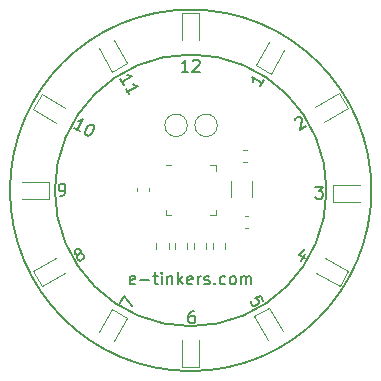
<source format=gbr>
%TF.GenerationSoftware,KiCad,Pcbnew,(6.0.11-0)*%
%TF.CreationDate,2024-05-30T12:39:56+08:00*%
%TF.ProjectId,tinyAVR-wristwatch,74696e79-4156-4522-9d77-726973747761,rev?*%
%TF.SameCoordinates,Original*%
%TF.FileFunction,Legend,Top*%
%TF.FilePolarity,Positive*%
%FSLAX46Y46*%
G04 Gerber Fmt 4.6, Leading zero omitted, Abs format (unit mm)*
G04 Created by KiCad (PCBNEW (6.0.11-0)) date 2024-05-30 12:39:56*
%MOMM*%
%LPD*%
G01*
G04 APERTURE LIST*
%ADD10C,0.150000*%
%ADD11C,0.120000*%
G04 APERTURE END LIST*
D10*
X155300000Y-100000000D02*
G75*
G03*
X155300000Y-100000000I-15300000J0D01*
G01*
X151500435Y-100000000D02*
G75*
G03*
X151500435Y-100000000I-11500435J0D01*
G01*
X135261904Y-107904761D02*
X135166666Y-107952380D01*
X134976190Y-107952380D01*
X134880952Y-107904761D01*
X134833333Y-107809523D01*
X134833333Y-107428571D01*
X134880952Y-107333333D01*
X134976190Y-107285714D01*
X135166666Y-107285714D01*
X135261904Y-107333333D01*
X135309523Y-107428571D01*
X135309523Y-107523809D01*
X134833333Y-107619047D01*
X135738095Y-107571428D02*
X136500000Y-107571428D01*
X136833333Y-107285714D02*
X137214285Y-107285714D01*
X136976190Y-106952380D02*
X136976190Y-107809523D01*
X137023809Y-107904761D01*
X137119047Y-107952380D01*
X137214285Y-107952380D01*
X137547619Y-107952380D02*
X137547619Y-107285714D01*
X137547619Y-106952380D02*
X137500000Y-107000000D01*
X137547619Y-107047619D01*
X137595238Y-107000000D01*
X137547619Y-106952380D01*
X137547619Y-107047619D01*
X138023809Y-107285714D02*
X138023809Y-107952380D01*
X138023809Y-107380952D02*
X138071428Y-107333333D01*
X138166666Y-107285714D01*
X138309523Y-107285714D01*
X138404761Y-107333333D01*
X138452380Y-107428571D01*
X138452380Y-107952380D01*
X138928571Y-107952380D02*
X138928571Y-106952380D01*
X139023809Y-107571428D02*
X139309523Y-107952380D01*
X139309523Y-107285714D02*
X138928571Y-107666666D01*
X140119047Y-107904761D02*
X140023809Y-107952380D01*
X139833333Y-107952380D01*
X139738095Y-107904761D01*
X139690476Y-107809523D01*
X139690476Y-107428571D01*
X139738095Y-107333333D01*
X139833333Y-107285714D01*
X140023809Y-107285714D01*
X140119047Y-107333333D01*
X140166666Y-107428571D01*
X140166666Y-107523809D01*
X139690476Y-107619047D01*
X140595238Y-107952380D02*
X140595238Y-107285714D01*
X140595238Y-107476190D02*
X140642857Y-107380952D01*
X140690476Y-107333333D01*
X140785714Y-107285714D01*
X140880952Y-107285714D01*
X141166666Y-107904761D02*
X141261904Y-107952380D01*
X141452380Y-107952380D01*
X141547619Y-107904761D01*
X141595238Y-107809523D01*
X141595238Y-107761904D01*
X141547619Y-107666666D01*
X141452380Y-107619047D01*
X141309523Y-107619047D01*
X141214285Y-107571428D01*
X141166666Y-107476190D01*
X141166666Y-107428571D01*
X141214285Y-107333333D01*
X141309523Y-107285714D01*
X141452380Y-107285714D01*
X141547619Y-107333333D01*
X142023809Y-107857142D02*
X142071428Y-107904761D01*
X142023809Y-107952380D01*
X141976190Y-107904761D01*
X142023809Y-107857142D01*
X142023809Y-107952380D01*
X142928571Y-107904761D02*
X142833333Y-107952380D01*
X142642857Y-107952380D01*
X142547619Y-107904761D01*
X142500000Y-107857142D01*
X142452380Y-107761904D01*
X142452380Y-107476190D01*
X142500000Y-107380952D01*
X142547619Y-107333333D01*
X142642857Y-107285714D01*
X142833333Y-107285714D01*
X142928571Y-107333333D01*
X143500000Y-107952380D02*
X143404761Y-107904761D01*
X143357142Y-107857142D01*
X143309523Y-107761904D01*
X143309523Y-107476190D01*
X143357142Y-107380952D01*
X143404761Y-107333333D01*
X143500000Y-107285714D01*
X143642857Y-107285714D01*
X143738095Y-107333333D01*
X143785714Y-107380952D01*
X143833333Y-107476190D01*
X143833333Y-107761904D01*
X143785714Y-107857142D01*
X143738095Y-107904761D01*
X143642857Y-107952380D01*
X143500000Y-107952380D01*
X144261904Y-107952380D02*
X144261904Y-107285714D01*
X144261904Y-107380952D02*
X144309523Y-107333333D01*
X144404761Y-107285714D01*
X144547619Y-107285714D01*
X144642857Y-107333333D01*
X144690476Y-107428571D01*
X144690476Y-107952380D01*
X144690476Y-107428571D02*
X144738095Y-107333333D01*
X144833333Y-107285714D01*
X144976190Y-107285714D01*
X145071428Y-107333333D01*
X145119047Y-107428571D01*
X145119047Y-107952380D01*
%TO.C,D10*%
X130608852Y-94996535D02*
X130113980Y-94710821D01*
X130361416Y-94853678D02*
X130861416Y-93987652D01*
X130707509Y-94063751D01*
X130577411Y-94098611D01*
X130471123Y-94092231D01*
X131644963Y-94440033D02*
X131727441Y-94487652D01*
X131786110Y-94576511D01*
X131803540Y-94641559D01*
X131797161Y-94747848D01*
X131743162Y-94936614D01*
X131624114Y-95142811D01*
X131487637Y-95283959D01*
X131398778Y-95342628D01*
X131333730Y-95360057D01*
X131227441Y-95353678D01*
X131144963Y-95306059D01*
X131086294Y-95217200D01*
X131068864Y-95152151D01*
X131075244Y-95045863D01*
X131129242Y-94857097D01*
X131248290Y-94650900D01*
X131384767Y-94509752D01*
X131473626Y-94451083D01*
X131538675Y-94433653D01*
X131644963Y-94440033D01*
%TO.C,D4*%
X149712100Y-105411661D02*
X149378766Y-105989011D01*
X149696379Y-104962699D02*
X149133040Y-105462241D01*
X149669151Y-105771764D01*
%TO.C,D7*%
X134007082Y-109514865D02*
X134340415Y-108937515D01*
X134992155Y-109808669D01*
%TO.C,D9*%
X128909523Y-100452380D02*
X129100000Y-100452380D01*
X129195238Y-100404761D01*
X129242857Y-100357142D01*
X129338095Y-100214285D01*
X129385714Y-100023809D01*
X129385714Y-99642857D01*
X129338095Y-99547619D01*
X129290476Y-99500000D01*
X129195238Y-99452380D01*
X129004761Y-99452380D01*
X128909523Y-99500000D01*
X128861904Y-99547619D01*
X128814285Y-99642857D01*
X128814285Y-99880952D01*
X128861904Y-99976190D01*
X128909523Y-100023809D01*
X129004761Y-100071428D01*
X129195238Y-100071428D01*
X129290476Y-100023809D01*
X129338095Y-99976190D01*
X129385714Y-99880952D01*
%TO.C,D11*%
X134312988Y-91061233D02*
X134027274Y-90566361D01*
X134170131Y-90813797D02*
X135036156Y-90313797D01*
X134864819Y-90302747D01*
X134734722Y-90267887D01*
X134645863Y-90209218D01*
X134789178Y-91886019D02*
X134503464Y-91391147D01*
X134646321Y-91638583D02*
X135512347Y-91138583D01*
X135341010Y-91127533D01*
X135210912Y-91092673D01*
X135122054Y-91034004D01*
%TO.C,D5*%
X146157799Y-109330637D02*
X145919704Y-108918243D01*
X145483501Y-109115099D01*
X145548550Y-109132529D01*
X145637408Y-109191198D01*
X145756456Y-109397395D01*
X145762836Y-109503683D01*
X145745406Y-109568732D01*
X145686737Y-109657590D01*
X145480540Y-109776638D01*
X145374252Y-109783017D01*
X145309204Y-109765588D01*
X145220345Y-109706919D01*
X145101298Y-109500722D01*
X145094918Y-109394434D01*
X145112348Y-109329385D01*
%TO.C,D12*%
X139809523Y-89952380D02*
X139238095Y-89952380D01*
X139523809Y-89952380D02*
X139523809Y-88952380D01*
X139428571Y-89095238D01*
X139333333Y-89190476D01*
X139238095Y-89238095D01*
X140190476Y-89047619D02*
X140238095Y-89000000D01*
X140333333Y-88952380D01*
X140571428Y-88952380D01*
X140666666Y-89000000D01*
X140714285Y-89047619D01*
X140761904Y-89142857D01*
X140761904Y-89238095D01*
X140714285Y-89380952D01*
X140142857Y-89952380D01*
X140761904Y-89952380D01*
%TO.C,D6*%
X140290476Y-110252380D02*
X140100000Y-110252380D01*
X140004761Y-110300000D01*
X139957142Y-110347619D01*
X139861904Y-110490476D01*
X139814285Y-110680952D01*
X139814285Y-111061904D01*
X139861904Y-111157142D01*
X139909523Y-111204761D01*
X140004761Y-111252380D01*
X140195238Y-111252380D01*
X140290476Y-111204761D01*
X140338095Y-111157142D01*
X140385714Y-111061904D01*
X140385714Y-110823809D01*
X140338095Y-110728571D01*
X140290476Y-110680952D01*
X140195238Y-110633333D01*
X140004761Y-110633333D01*
X139909523Y-110680952D01*
X139861904Y-110728571D01*
X139814285Y-110823809D01*
%TO.C,D3*%
X150566666Y-99702380D02*
X151185714Y-99702380D01*
X150852380Y-100083333D01*
X150995238Y-100083333D01*
X151090476Y-100130952D01*
X151138095Y-100178571D01*
X151185714Y-100273809D01*
X151185714Y-100511904D01*
X151138095Y-100607142D01*
X151090476Y-100654761D01*
X150995238Y-100702380D01*
X150709523Y-100702380D01*
X150614285Y-100654761D01*
X150566666Y-100607142D01*
%TO.C,D1*%
X146190880Y-90678754D02*
X145905166Y-91173626D01*
X146048023Y-90926190D02*
X145181997Y-90426190D01*
X145258096Y-90580097D01*
X145292956Y-90710195D01*
X145286576Y-90816483D01*
%TO.C,D8*%
X130457997Y-105444520D02*
X130351709Y-105450900D01*
X130286660Y-105433470D01*
X130197802Y-105374801D01*
X130173992Y-105333562D01*
X130167612Y-105227274D01*
X130185042Y-105162225D01*
X130243711Y-105073367D01*
X130408669Y-104978128D01*
X130514957Y-104971749D01*
X130580006Y-104989178D01*
X130668864Y-105047848D01*
X130692673Y-105089087D01*
X130699053Y-105195375D01*
X130681623Y-105260424D01*
X130622954Y-105349282D01*
X130457997Y-105444520D01*
X130399328Y-105533379D01*
X130381898Y-105598427D01*
X130388278Y-105704716D01*
X130483516Y-105869673D01*
X130572374Y-105928342D01*
X130637423Y-105945772D01*
X130743711Y-105939392D01*
X130908669Y-105844154D01*
X130967338Y-105755295D01*
X130984767Y-105690247D01*
X130978388Y-105583959D01*
X130883150Y-105419001D01*
X130794291Y-105360332D01*
X130729242Y-105342902D01*
X130622954Y-105349282D01*
%TO.C,D2*%
X148826373Y-94051083D02*
X148843803Y-93986034D01*
X148902472Y-93897176D01*
X149108669Y-93778128D01*
X149214957Y-93771749D01*
X149280006Y-93789178D01*
X149368864Y-93847848D01*
X149416483Y-93930326D01*
X149446672Y-94077854D01*
X149237515Y-94858440D01*
X149773626Y-94548916D01*
D11*
%TO.C,D10*%
X129370320Y-93011471D02*
X127391452Y-91868971D01*
X126656452Y-93142029D02*
X128635320Y-94284529D01*
X127391452Y-91868971D02*
X126656452Y-93142029D01*
%TO.C,D4*%
X150629680Y-106988529D02*
X152608548Y-108131029D01*
X152608548Y-108131029D02*
X153343548Y-106857971D01*
X153343548Y-106857971D02*
X151364680Y-105715471D01*
%TO.C,R3*%
X138677500Y-104462742D02*
X138677500Y-104937258D01*
X139722500Y-104462742D02*
X139722500Y-104937258D01*
%TO.C,D7*%
X133484529Y-112750320D02*
X134627029Y-110771452D01*
X134627029Y-110771452D02*
X133353971Y-110036452D01*
X133353971Y-110036452D02*
X132211471Y-112015320D01*
%TO.C,D9*%
X125700000Y-100735000D02*
X127985000Y-100735000D01*
X127985000Y-99265000D02*
X125700000Y-99265000D01*
X127985000Y-100735000D02*
X127985000Y-99265000D01*
%TO.C,D11*%
X134638029Y-89221548D02*
X133495529Y-87242680D01*
X133364971Y-89956548D02*
X134638029Y-89221548D01*
X132222471Y-87977680D02*
X133364971Y-89956548D01*
%TO.C,D5*%
X146646029Y-109936452D02*
X145372971Y-110671452D01*
X145372971Y-110671452D02*
X146515471Y-112650320D01*
X147788529Y-111915320D02*
X146646029Y-109936452D01*
%TO.C,TP2*%
X142250000Y-94500000D02*
G75*
G03*
X142250000Y-94500000I-950000J0D01*
G01*
%TO.C,R4*%
X138122500Y-104462742D02*
X138122500Y-104937258D01*
X137077500Y-104462742D02*
X137077500Y-104937258D01*
%TO.C,R2*%
X140277500Y-104462742D02*
X140277500Y-104937258D01*
X141322500Y-104462742D02*
X141322500Y-104937258D01*
%TO.C,D12*%
X140735000Y-87300000D02*
X140735000Y-85015000D01*
X140735000Y-85015000D02*
X139265000Y-85015000D01*
X139265000Y-85015000D02*
X139265000Y-87300000D01*
%TO.C,C2*%
X144459420Y-97610000D02*
X144740580Y-97610000D01*
X144459420Y-96590000D02*
X144740580Y-96590000D01*
%TO.C,D6*%
X139265000Y-114985000D02*
X140735000Y-114985000D01*
X140735000Y-114985000D02*
X140735000Y-112700000D01*
X139265000Y-112700000D02*
X139265000Y-114985000D01*
%TO.C,U1*%
X138365000Y-97890000D02*
X137890000Y-97890000D01*
X142110000Y-97890000D02*
X142110000Y-98365000D01*
X142110000Y-102110000D02*
X142110000Y-101635000D01*
X141635000Y-102110000D02*
X142110000Y-102110000D01*
X141635000Y-97890000D02*
X142110000Y-97890000D01*
X137890000Y-102110000D02*
X137890000Y-101635000D01*
X138365000Y-102110000D02*
X137890000Y-102110000D01*
%TO.C,C3*%
X135490000Y-100065580D02*
X135490000Y-99784420D01*
X136510000Y-100065580D02*
X136510000Y-99784420D01*
%TO.C,R1*%
X141877500Y-104462742D02*
X141877500Y-104937258D01*
X142922500Y-104462742D02*
X142922500Y-104937258D01*
%TO.C,D3*%
X152015000Y-99515000D02*
X152015000Y-100985000D01*
X154300000Y-99515000D02*
X152015000Y-99515000D01*
X152015000Y-100985000D02*
X154300000Y-100985000D01*
%TO.C,C1*%
X144559420Y-102190000D02*
X144840580Y-102190000D01*
X144559420Y-103210000D02*
X144840580Y-103210000D01*
%TO.C,Y1*%
X145175000Y-99225000D02*
X145175000Y-100575000D01*
X143425000Y-99225000D02*
X143425000Y-100575000D01*
%TO.C,D1*%
X146800279Y-90135543D02*
X147942779Y-88156675D01*
X146669721Y-87421675D02*
X145527221Y-89400543D01*
X145527221Y-89400543D02*
X146800279Y-90135543D01*
%TO.C,TP1*%
X139710000Y-94500000D02*
G75*
G03*
X139710000Y-94500000I-950000J0D01*
G01*
%TO.C,D8*%
X128635320Y-105715471D02*
X126656452Y-106857971D01*
X127391452Y-108131029D02*
X129370320Y-106988529D01*
X126656452Y-106857971D02*
X127391452Y-108131029D01*
%TO.C,D2*%
X153281548Y-93036029D02*
X152546548Y-91762971D01*
X151302680Y-94178529D02*
X153281548Y-93036029D01*
X152546548Y-91762971D02*
X150567680Y-92905471D01*
%TD*%
M02*

</source>
